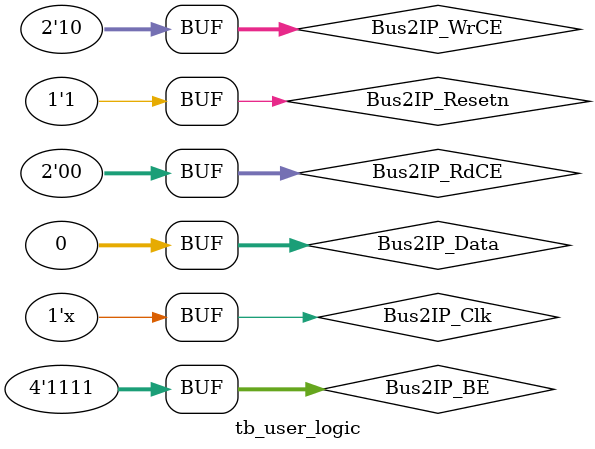
<source format=v>
`timescale 1ns / 1ps


module tb_user_logic;

	// Inputs
	reg Bus2IP_Clk;
	reg Bus2IP_Resetn;
	reg [31:0] Bus2IP_Data;
	reg [3:0] Bus2IP_BE;
	reg [1:0] Bus2IP_RdCE;
	reg [1:0] Bus2IP_WrCE;

	// Outputs
	wire [9:0] IP2DAC_Data;
	wire IP2DAC_DCLKIO;
	wire IP2DAC_Clkout;
	wire IP2DAC_PinMD;
	wire IP2DAC_ClkMD;
	wire IP2DAC_Format;
	wire IP2DAC_PWRDN;
	wire [31:0] IP2Bus_Data;
	wire IP2Bus_RdAck;
	wire IP2Bus_WrAck;
	wire IP2Bus_Error;

	// Instantiate the Unit Under Test (UUT)
	user_logic uut (
		.IP2DAC_Data(IP2DAC_Data), 
		.IP2DAC_DCLKIO(IP2DAC_DCLKIO), 
		.IP2DAC_Clkout(IP2DAC_Clkout), 
		.IP2DAC_PinMD(IP2DAC_PinMD), 
		.IP2DAC_ClkMD(IP2DAC_ClkMD), 
		.IP2DAC_Format(IP2DAC_Format), 
		.IP2DAC_PWRDN(IP2DAC_PWRDN), 
		.Bus2IP_Clk(Bus2IP_Clk), 
		.Bus2IP_Resetn(Bus2IP_Resetn), 
		.Bus2IP_Data(Bus2IP_Data), 
		.Bus2IP_BE(Bus2IP_BE), 
		.Bus2IP_RdCE(Bus2IP_RdCE), 
		.Bus2IP_WrCE(Bus2IP_WrCE), 
		.IP2Bus_Data(IP2Bus_Data), 
		.IP2Bus_RdAck(IP2Bus_RdAck), 
		.IP2Bus_WrAck(IP2Bus_WrAck), 
		.IP2Bus_Error(IP2Bus_Error)
	);

	initial begin
		// Initialize Inputs
		Bus2IP_Clk = 0;
		Bus2IP_Resetn = 0;
		Bus2IP_Data = 0;
		Bus2IP_BE = 0;
		Bus2IP_RdCE = 0;
		Bus2IP_WrCE = 0;

		// Wait 100 ns for global reset to finish
		#100;
        
		// Add stimulus here
		Bus2IP_Resetn = 1'b1;

		Bus2IP_BE = 4'b1111;

		#20;
		Bus2IP_WrCE = 2'b10;
		Bus2IP_Data = 32'h0000_0001;

		#20;
		Bus2IP_WrCE = 2'b01;
		Bus2IP_Data = 32'h0000_0001;

		#20;
		Bus2IP_WrCE = 2'b01;
		Bus2IP_Data = 32'h0000_00ff;

		#20;
		Bus2IP_WrCE = 2'b01;
		Bus2IP_Data = 32'h0000_03ff;

		#20;
		Bus2IP_WrCE = 2'b10;
		Bus2IP_Data = 32'h0000_0002;

		#20;
		Bus2IP_WrCE = 2'b01;
		Bus2IP_Data = 32'h0000_0001;

		#20;
		Bus2IP_WrCE = 2'b01;
		Bus2IP_Data = 32'h0000_00ff;

		#20;
		Bus2IP_WrCE = 2'b01;
		Bus2IP_Data = 32'h0000_03ff;

		#20;
		Bus2IP_WrCE = 2'b10;
		Bus2IP_Data = 32'h0000_0000;

	end

	always @(Bus2IP_Clk)
		#10 Bus2IP_Clk <= ~Bus2IP_Clk;
      
endmodule


</source>
